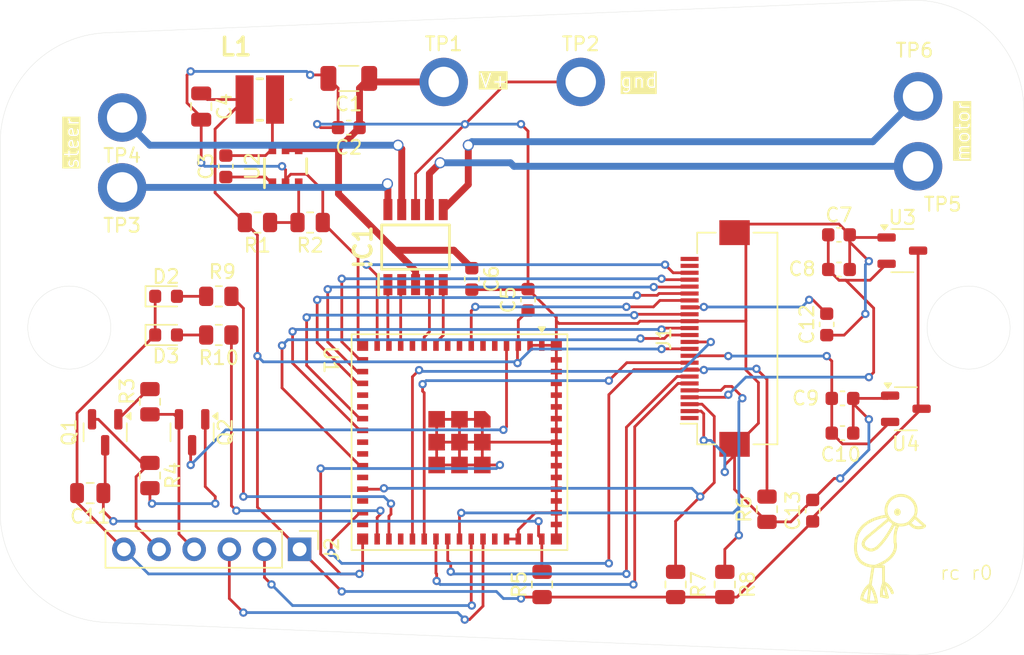
<source format=kicad_pcb>
(kicad_pcb (version 20240108) (generator "pcbnew") (generator_version "8.0")
  (layers (0 "F.Cu" signal) (31 "B.Cu" signal) (34 "B.Paste" user) (35 "F.Paste" user) (36 "B.SilkS" user "B.Silkscreen") (37 "F.SilkS" user "F.Silkscreen") (38 "B.Mask" user) (39 "F.Mask" user) (44 "Edge.Cuts" user))
  (net 0 "")
  (net 16 "/V_IN")
  (net 17 "GND")
  (net 18 "Net-(U2-SW)")
  (net 19 "Net-(U2-CB)")
  (net 20 "+3.3V")
  (net 21 "Net-(IC1-OUT2)")
  (net 22 "Net-(IC1-OUT4)")
  (net 23 "Net-(IC1-OUT3)")
  (net 24 "Net-(IC1-OUT1)")
  (net 25 "/motor_b")
  (net 26 "/motor_a")
  (net 27 "/steer_b")
  (net 28 "/steer_a")
  (net 29 "Net-(U2-FB)")
  (net 30 "/csi_d0")
  (net 31 "/pwdn")
  (net 32 "/csi_d4")
  (net 33 "/csi_d2")
  (net 35 "/csi_d3")
  (net 36 "/csi_d1")
  (net 37 "+1V2")
  (net 38 "/csi_vsync")
  (net 40 "/csi_d5")
  (net 41 "/csi_d6")
  (net 42 "/twi_sda")
  (net 43 "/cam_rst")
  (net 45 "/csi_pclk")
  (net 46 "+2V8")
  (net 47 "/csi_d7")
  (net 48 "/csi_mclk")
  (net 49 "/csi_hsync")
  (net 50 "/twi_sck")
  (net 51 "/CHIP_PU")
  (net 52 "/TXD")
  (net 53 "/RXD")
  (net 54 "/DTR")
  (net 55 "/RTS")
  (net 56 "Net-(Q1-B)")
  (net 57 "Net-(Q2-C)")
  (net 58 "Net-(Q2-B)")
  (net 59 "Net-(D2-A)")
  (net 60 "Net-(D3-A)")
  (net 61 "/LED2")
  (net 62 "/LED1")
  (footprint "MountingHole:MountingHole_2.2mm_M2_ISO7380_Pad_TopBottom" (layer "F.Cu") (at 122.189769 55.323426 180)
    (property "Reference" "TP4")
    (property "Value" "TestPoint")
  )
  (footprint "MountingHole:MountingHole_2.2mm_M2_ISO7380_Pad_TopBottom" (layer "F.Cu") (at 179.720769 58.849426 180)
    (property "Reference" "TP5")
    (property "Value" "TestPoint")
  )
  (footprint "MountingHole:MountingHole_2.2mm_M2_ISO7380_Pad_TopBottom" (layer "F.Cu") (at 145.430769 52.753426)
    (property "Reference" "TP1")
    (property "Value" "TestPoint")
  )
  (footprint "RF_Module:ESP32-S2-MINI-1U" (layer "F.Cu") (at 146.572769 78.789426 -90)
    (property "Reference" "U1")
    (property "Value" "ESP32-S3-MINI-1U")
  )
  (footprint "Resistor_SMD:R_0805_2012Metric" (layer "F.Cu") (at 152.542769 89.075426 90)
    (property "Reference" "R5")
    (property "Value" "10k")
  )
  (footprint "Connector_FFC-FPC:Hirose_FH12-24S-0.5SH_1x24-1MP_P0.50mm_Horizontal" (layer "F.Cu") (at 165.054769 71.295426 90)
    (property "Reference" "J1")
    (property "Value" "Conn_01x24")
  )
  (footprint "Resistor_SMD:R_0805_2012Metric" (layer "F.Cu") (at 162.194769 89.075426 -90)
    (property "Reference" "R7")
    (property "Value" "4.7k")
  )
  (footprint "Capacitor_SMD:C_0603_1608Metric" (layer "F.Cu") (at 174.257269 75.625426)
    (property "Reference" "C9")
    (property "Value" "10uF")
  )
  (footprint "Package_TO_SOT_SMD:SOT-23-3" (layer "F.Cu") (at 178.837269 76.375426)
    (property "Reference" "U4")
    (property "Value" "XC6206PxxxMR")
  )
  (footprint "Connector_PinHeader_2.54mm:PinHeader_1x06_P2.54mm_Vertical" (layer "F.Cu") (at 135.016769 86.535426 -90)
    (property "Reference" "J2")
    (property "Value" "Conn_01x06")
  )
  (footprint "MountingHole:MountingHole_2.2mm_M2_ISO7380_Pad_TopBottom" (layer "F.Cu") (at 122.189769 60.373426 180)
    (property "Reference" "TP3")
    (property "Value" "TestPoint")
  )
  (footprint "Resistor_SMD:R_0805_2012Metric" (layer "F.Cu") (at 168.798769 83.637926 90)
    (property "Reference" "R6")
    (property "Value" "1k")
  )
  (footprint "Capacitor_SMD:C_0603_1608Metric" (layer "F.Cu") (at 129.682769 58.849426 90)
    (property "Reference" "C3")
    (property "Value" "0.1uF")
  )
  (footprint "Resistor_SMD:R_0805_2012Metric" (layer "F.Cu") (at 135.778769 62.913426 180)
    (property "Reference" "R2")
    (property "Value" "22.1k")
  )
  (footprint "Resistor_SMD:R_0805_2012Metric" (layer "F.Cu") (at 165.750769 89.075426 -90)
    (property "Reference" "R8")
    (property "Value" "4.7k")
  )
  (footprint "Capacitor_SMD:C_0805_2012Metric" (layer "F.Cu") (at 119.880269 82.471426 180)
    (property "Reference" "C11")
    (property "Value" "1uF")
  )
  (footprint "footprints2:DBV0006A_L" (layer "F.Cu") (at 134.000769 58.849426 90)
    (property "Reference" "U2")
    (property "Value" "TPS560430YDBVR")
  )
  (footprint "Capacitor_SMD:C_1206_3216Metric" (layer "F.Cu") (at 138.572769 52.499426 180)
    (property "Reference" "C1")
    (property "Value" "10uF")
  )
  (footprint "LED_SMD:LED_0603_1608Metric" (layer "F.Cu") (at 125.364769 71.041426)
    (property "Reference" "D3")
    (property "Value" "LED")
  )
  (footprint "Capacitor_SMD:C_0603_1608Metric" (layer "F.Cu") (at 151.526769 68.501426 90)
    (property "Reference" "C5")
    (property "Value" "0.1uF")
  )
  (footprint "Capacitor_SMD:C_0603_1608Metric" (layer "F.Cu") (at 147.462769 66.990426 -90)
    (property "Reference" "C6")
    (property "Value" "0.1uF")
  )
  (footprint "MountingHole:MountingHole_2.2mm_M2_ISO7380_Pad_TopBottom" (layer "F.Cu") (at 179.720769 53.799426 180)
    (property "Reference" "TP6")
    (property "Value" "TestPoint")
  )
  (footprint "Capacitor_SMD:C_0603_1608Metric" (layer "F.Cu") (at 174.003269 63.800426)
    (property "Reference" "C7")
    (property "Value" "10uF")
  )
  (footprint "Capacitor_SMD:C_0603_1608Metric" (layer "F.Cu") (at 138.572769 56.055426 180)
    (property "Reference" "C2")
    (property "Value" "2.2uF")
  )
  (footprint "Resistor_SMD:R_0805_2012Metric" (layer "F.Cu") (at 129.174769 68.247426 180)
    (property "Reference" "R9")
    (property "Value" "470")
  )
  (footprint "Resistor_SMD:R_0805_2012Metric" (layer "F.Cu") (at 124.198269 75.867426 90)
    (property "Reference" "R3")
    (property "Value" "10k")
  )
  (footprint "footprints2:SRN3010C2R2M" (layer "F.Cu") (at 132.138769 54.023426 180)
    (property "Reference" "L1")
    (property "Value" "10uH" (hide yes))
  )
  (footprint "Resistor_SMD:R_0805_2012Metric" (layer "F.Cu") (at 129.174769 71.041426 180)
    (property "Reference" "R10")
    (property "Value" "470")
  )
  (footprint "Capacitor_SMD:C_0805_2012Metric" (layer "F.Cu") (at 127.904769 54.531426 -90)
    (property "Reference" "C4")
    (property "Value" "22uF")
  )
  (footprint "Package_TO_SOT_SMD:SOT-23-3" (layer "F.Cu") (at 178.583269 64.945426)
    (property "Reference" "U3")
    (property "Value" "XC6206PxxxMR")
  )
  (footprint "Capacitor_SMD:C_0603_1608Metric" (layer "F.Cu") (at 173.116769 70.279426 90)
    (property "Reference" "C12")
    (property "Value" "15pF")
  )
  (footprint "LED_SMD:LED_0603_1608Metric" (layer "F.Cu") (at 125.364769 68.247426)
    (property "Reference" "D2")
    (property "Value" "LED")
  )
  (footprint "Resistor_SMD:R_0805_2012Metric" (layer "F.Cu") (at 131.968769 62.913426 180)
    (property "Reference" "R1")
    (property "Value" "51k")
  )
  (footprint "Package_TO_SOT_SMD:SOT-23" (layer "F.Cu") (at 127.246269 78.074926 -90)
    (property "Reference" "Q2")
    (property "Value" "Q_NPN_BEC")
  )
  (footprint "Capacitor_SMD:C_0603_1608Metric" (layer "F.Cu") (at 174.003269 66.310426)
    (property "Reference" "C8")
    (property "Value" "0.1uF")
  )
  (footprint "Capacitor_SMD:C_0603_1608Metric" (layer "F.Cu") (at 172.100769 83.741426 90)
    (property "Reference" "C13")
    (property "Value" "0.1uF")
  )
  (footprint "Resistor_SMD:R_0805_2012Metric" (layer "F.Cu") (at 124.198269 81.201426 -90)
    (property "Reference" "R4")
    (property "Value" "10k")
  )
  (footprint "footprints:SOP100P600X175-10N" (layer "F.Cu") (at 143.398769 64.691426 90)
    (property "Reference" "IC1")
    (property "Value" "A3909GLNTR-T" (hide yes))
  )
  (footprint "Capacitor_SMD:C_0603_1608Metric" (layer "F.Cu") (at 174.257269 78.135426)
    (property "Reference" "C10")
    (property "Value" "0.1uF")
  )
  (footprint "footprints:bird" (layer "F.Cu") (at 177.395302 81.846237)
    (property "Reference" "L2" (hide yes))
    (property "Value" "~")
  )
  (footprint "MountingHole:MountingHole_2.2mm_M2_ISO7380_Pad_TopBottom" (layer "F.Cu") (at 155.336769 52.753426)
    (property "Reference" "TP2")
    (property "Value" "TestPoint")
  )
  (footprint "Package_TO_SOT_SMD:SOT-23" (layer "F.Cu") (at 120.962269 78.074926 -90)
    (property "Reference" "Q1")
    (property "Value" "Q_NPN_BEC")
  )
  (gr_line (start 179.046846 46.846072) (end 121.046769 49.197426) (stroke (width 0.02)) (layer "Edge.Cuts"))
  (gr_arc (start 121.046848 91.819797) (mid 115.600633 89.367459) (end 113.370904 83.826363) (stroke (width 0.02)) (layer "Edge.Cuts"))
  (gr_line (start 121.046848 91.819797) (end 179.04684 94.171148) (stroke (width 0.02)) (layer "Edge.Cuts"))
  (gr_line (start 113.370904 57.19078) (end 113.370904 83.826363) (stroke (width 0.02)) (layer "Edge.Cuts"))
  (gr_circle (center 118.370904 70.50861) (end 115.370904 70.50861) (stroke (width 0.02)) (fill none) (layer "Edge.Cuts"))
  (gr_arc (start 113.370904 57.19078) (mid 115.600593 51.649737) (end 121.046769 49.197426) (stroke (width 0.02)) (layer "Edge.Cuts"))
  (gr_arc (start 179.046846 46.846072) (mid 184.912005 49.069218) (end 187.370904 54.83951) (stroke (width 0.02)) (layer "Edge.Cuts"))
  (gr_line (start 187.370904 86.177707) (end 187.370904 54.83951) (stroke (width 0.02)) (layer "Edge.Cuts"))
  (gr_arc (start 187.370904 86.177707) (mid 184.912 91.948) (end 179.04684 94.171148) (stroke (width 0.02)) (layer "Edge.Cuts"))
  (gr_circle (center 183.370904 70.50861) (end 180.370904 70.50861) (stroke (width 0.02)) (fill none) (layer "Edge.Cuts"))
  (gr_text "motor" (at 183.530769 58.595426 90) (layer "F.SilkS" knockout) (effects (font (size 1 1) (thickness 0.1)) (justify left bottom)))
  (gr_text "steer" (at 119.141769 59.103426 90) (layer "F.SilkS" knockout) (effects (font (size 1 1) (thickness 0.1)) (justify left bottom)))
  (gr_text "gnd" (at 158.130769 53.261426 0) (layer "F.SilkS" knockout) (effects (font (size 1 1) (thickness 0.1)) (justify left bottom)))
  (gr_text "rc r0" (at 181.244769 88.821426 0) (layer "F.SilkS") (effects (font (size 1 1) (thickness 0.1)) (justify left bottom)))
  (gr_text "V+" (at 147.970769 53.261426 0) (layer "F.SilkS" knockout) (effects (font (size 1 1) (thickness 0.1)) (justify left bottom)))
  (segment (start 147.462769 66.215426) (end 146.166019 64.918676) (width 0.5) (layer "F.Cu") (net 16))
  (segment (start 141.901519 64.918676) (end 137.828768 60.845925) (width 0.5) (layer "F.Cu") (net 16))
  (segment (start 137.828768 60.845925) (end 137.828768 57.574427) (width 0.5) (layer "F.Cu") (net 16))
  (segment (start 146.166019 64.918676) (end 141.901519 64.918676) (width 0.5) (layer "F.Cu") (net 16))
  (segment (start 143.398769 67.403426) (end 143.398769 66.415926) (width 0.5) (layer "F.Cu") (net 16))
  (segment (start 134.000769 57.574427) (end 134.950767 57.574427) (width 0.5) (layer "F.Cu") (net 16))
  (segment (start 137.828768 57.574427) (end 139.347769 56.055426) (width 0.5) (layer "F.Cu") (net 16))
  (segment (start 145.430769 52.753426) (end 140.301769 52.753426) (width 0.5) (layer "F.Cu") (net 16))
  (segment (start 143.398769 66.415926) (end 141.901519 64.918676) (width 0.5) (layer "F.Cu") (net 16))
  (segment (start 139.347769 53.199426) (end 140.047769 52.499426) (width 0.5) (layer "F.Cu") (net 16))
  (segment (start 134.950767 57.574427) (end 137.828768 57.574427) (width 0.5) (layer "F.Cu") (net 16))
  (segment (start 140.301769 52.753426) (end 140.047769 52.499426) (width 0.5) (layer "F.Cu") (net 16))
  (segment (start 139.347769 56.055426) (end 139.347769 53.199426) (width 0.5) (layer "F.Cu") (net 16))
  (segment (start 126.879769 54.268426) (end 126.879769 52.254426) (width 0.2) (layer "F.Cu") (net 17))
  (segment (start 136.843769 52.245426) (end 137.097769 52.499426) (width 0.2) (layer "F.Cu") (net 17))
  (segment (start 153.572769 71.789426) (end 153.572769 70.025426) (width 0.2) (layer "F.Cu") (net 17))
  (segment (start 135.778769 52.245426) (end 136.843769 52.245426) (width 0.2) (layer "F.Cu") (net 17))
  (segment (start 163.204769 70.045426) (end 159.616985 70.045426) (width 0.2) (layer "F.Cu") (net 17))
  (segment (start 137.797769 56.055426) (end 136.540769 56.055426) (width 0.2) (layer "F.Cu") (net 17))
  (segment (start 124.577269 68.247426) (end 124.577269 71.041426) (width 0.2) (layer "F.Cu") (net 17))
  (segment (start 148.222769 80.439426) (end 144.922769 80.439426) (width 0.2) (layer "F.Cu") (net 17))
  (segment (start 174.973269 63.995426) (end 174.778269 63.800426) (width 0.2) (layer "F.Cu") (net 17))
  (segment (start 151.526769 56.309426) (end 151.018769 55.801426) (width 0.2) (layer "F.Cu") (net 17))
  (segment (start 134.000769 59.103426) (end 133.746769 58.849426) (width 0.2) (layer "F.Cu") (net 17))
  (segment (start 153.572769 71.789426) (end 153.572769 85.789426) (width 0.2) (layer "F.Cu") (net 17))
  (segment (start 126.879769 52.254426) (end 127.142769 51.991426) (width 0.2) (layer "F.Cu") (net 17))
  (segment (start 168.180926 74.482112) (end 167.274769 73.575955) (width 0.2) (layer "F.Cu") (net 17))
  (segment (start 175.032269 78.135426) (end 175.032269 75.625426) (width 0.2) (layer "F.Cu") (net 17))
  (segment (start 134.000769 60.124427) (end 134.000769 59.103426) (width 0.2) (layer "F.Cu") (net 17))
  (segment (start 173.116769 71.054426) (end 174.373769 71.054426) (width 0.2) (layer "F.Cu") (net 17))
  (segment (start 176.164769 65.707426) (end 174.778269 64.320926) (width 0.2) (layer "F.Cu") (net 17))
  (segment (start 153.756769 70.209426) (end 153.572769 70.025426) (width 0.2) (layer "F.Cu") (net 17))
  (segment (start 139.572769 88.075426) (end 139.334769 88.313426) (width 0.2) (layer "F.Cu") (net 17))
  (segment (start 134.375768 59.424427) (end 135.525766 59.424427) (width 0.2) (layer "F.Cu") (net 17))
  (segment (start 151.487769 67.765426) (end 151.526769 67.726426) (width 0.2) (layer "F.Cu") (net 17))
  (segment (start 163.204769 76.545426) (end 164.039083 76.545426) (width 0.2) (layer "F.Cu") (net 17))
  (segment (start 168.180926 77.419269) (end 168.180926 74.482112) (width 0.2) (layer "F.Cu") (net 17))
  (segment (start 134.000769 60.124427) (end 134.000769 59.799426) (width 0.2) (layer "F.Cu") (net 17))
  (segment (start 139.242769 65.464926) (end 136.691269 62.913426) (width 0.2) (layer "F.Cu") (net 17))
  (segment (start 153.572769 78.789426) (end 148.222769 78.789426) (width 0.2) (layer "F.Cu") (net 17))
  (segment (start 166.454769 82.206426) (end 168.798769 84.550426) (width 0.2) (layer "F.Cu") (net 17))
  (segment (start 139.572769 85.789426) (end 139.572769 88.075426) (width 0.2) (layer "F.Cu") (net 17))
  (segment (start 150.822769 85.789426) (end 150.822769 85.120897) (width 0.2) (layer "F.Cu") (net 17))
  (segment (start 166.454769 78.945426) (end 166.454769 82.206426) (width 0.2) (layer "F.Cu") (net 17))
  (segment (start 164.226769 76.733112) (end 164.226769 78.661426) (width 0.2) (layer "F.Cu") (net 17))
  (segment (start 165.750769 80.947426) (end 165.750769 80.439426) (width 0.2) (layer "F.Cu") (net 17))
  (segment (start 167.074769 63.025426) (end 174.003269 63.025426) (width 0.2) (layer "F.Cu") (net 17))
  (segment (start 146.572769 77.139426) (end 146.572769 80.439426) (width 0.2) (layer "F.Cu") (net 17))
  (segment (start 127.904769 58.595426) (end 127.904769 55.481426) (width 0.2) (layer "F.Cu") (net 17))
  (segment (start 136.691269 60.58993) (end 136.691269 62.913426) (width 0.2) (layer "F.Cu") (net 17))
  (segment (start 175.032269 76.004926) (end 176.164769 77.137426) (width 0.2) (layer "F.Cu") (net 17))
  (segment (start 153.572769 69.772426) (end 151.526769 67.726426) (width 0.2) (layer "F.Cu") (net 17))
  (segment (start 166.454769 78.945426) (end 166.654769 78.945426) (width 0.2) (layer "F.Cu") (net 17))
  (segment (start 174.373769 71.054426) (end 175.910769 69.517426) (width 0.2) (layer "F.Cu") (net 17))
  (segment (start 174.778269 64.320926) (end 174.778269 63.800426) (width 0.2) (layer "F.Cu") (net 17))
  (segment (start 136.540769 86.875955) (end 136.540769 80.693426) (width 0.2) (layer "F.Cu") (net 17))
  (segment (start 144.922769 78.789426) (end 148.222769 78.789426) (width 0.2) (layer "F.Cu") (net 17))
  (segment (start 150.028819 52.753426) (end 155.336769 52.753426) (width 0.2) (layer "F.Cu") (net 17))
  (segment (start 167.274769 70.025426) (end 167.274769 64.465426) (width 0.2) (layer "F.Cu") (net 17))
  (segment (start 139.242769 71.459426) (end 139.242769 65.464926) (width 0.2) (layer "F.Cu") (net 17))
  (segment (start 175.032269 75.625426) (end 177.499769 75.625426) (width 0.2) (layer "F.Cu") (net 17))
  (segment (start 139.334769 88.313426) (end 137.97824 88.313426) (width 0.2) (layer "F.Cu") (net 17))
  (segment (start 166.454769 63.645426) (end 167.074769 63.025426) (width 0.2) (layer "F.Cu") (net 17))
  (segment (start 163.204769 70.045426) (end 167.254769 70.045426) (width 0.2) (layer "F.Cu") (net 17))
  (segment (start 174.778269 66.310426) (end 174.778269 63.800426) (width 0.2) (layer "F.Cu") (net 17))
  (segment (start 150.822769 85.120897) (end 152.05424 83.889426) (width 0.2) (layer "F.Cu") (net 17))
  (segment (start 152.05424 83.889426) (end 153.572769 83.889426) (width 0.2) (layer "F.Cu") (net 17))
  (segment (start 137.797769 53.199426) (end 137.097769 52.499426) (width 0.2) (layer "F.Cu") (net 17))
  (segment (start 177.445769 63.995426) (end 174.973269 63.995426) (width 0.2) (layer "F.Cu") (net 17))
  (segment (start 137.797769 56.055426) (end 137.797769 53.199426) (width 0.2) (layer "F.Cu") (net 17))
  (segment (start 149.494769 80.439426) (end 148.222769 80.439426) (width 0.2) (layer "F.Cu") (net 17))
  (segment (start 134.000769 59.799426) (end 134.375768 59.424427) (width 0.2) (layer "F.Cu") (net 17))
  (segment (start 166.654769 78.945426) (end 168.180926 77.419269) (width 0.2) (layer "F.Cu") (net 17))
  (segment (start 164.039083 76.545426) (end 164.226769 76.733112) (width 0.2) (layer "F.Cu") (net 17))
  (segment (start 143.398769 59.383476) (end 146.967794 55.814451) (width 0.2) (layer "F.Cu") (net 17))
  (segment (start 167.274769 64.465426) (end 166.454769 63.645426) (width 0.2) (layer "F.Cu") (net 17))
  (segment (start 136.540769 56.055426) (end 136.286769 55.801426) (width 0.2) (layer "F.Cu") (net 17))
  (segment (start 118.930269 82.471426) (end 118.930269 76.688426) (width 0.2) (layer "F.Cu") (net 17))
  (segment (start 139.572769 71.789426) (end 139.242769 71.459426) (width 0.2) (layer "F.Cu") (net 17))
  (segment (start 127.904769 55.481426) (end 127.904769 55.293426) (width 0.2) (layer "F.Cu") (net 17))
  (segment (start 167.274769 73.575955) (end 167.274769 70.025426) (width 0.2) (layer "F.Cu") (net 17))
  (segment (start 149.972769 85.789426) (end 150.822769 85.789426) (width 0.2) (layer "F.Cu") (net 17))
  (segment (start 144.922769 77.139426) (end 148.222769 77.139426) (width 0.2) (layer "F.Cu") (net 17))
  (segment (start 159.616985 70.045426) (end 159.452985 70.209426) (width 0.2) (layer "F.Cu") (net 17))
  (segment (start 168.798769 84.550426) (end 170.516769 84.550426) (width 0.2) (layer "F.Cu") (net 17))
  (segment (start 167.254769 70.045426) (end 167.274769 70.025426) (width 0.2) (layer "F.Cu") (net 17))
  (segment (start 144.922769 80.439426) (end 144.922769 77.139426) (width 0.2) (layer "F.Cu") (net 17))
  (segment (start 118.930269 83.148926) (end 118.930269 82.471426) (width 0.2) (layer "F.Cu") (net 17))
  (segment (start 177.499769 75.625426) (end 177.699769 75.425426) (width 0.2) (layer "F.Cu") (net 17))
  (segment (start 127.904769 55.293426) (end 126.879769 54.268426) (width 0.2) (layer "F.Cu") (net 17))
  (segment (start 122.316769 86.535426) (end 118.930269 83.148926) (width 0.2) (layer "F.Cu") (net 17))
  (segment (start 159.452985 70.209426) (end 153.756769 70.209426) (width 0.2) (layer "F.Cu") (net 17))
  (segment (start 174.003269 63.025426) (end 174.778269 63.800426) (width 0.2) (layer "F.Cu") (net 17))
  (segment (start 135.525766 59.424427) (end 136.691269 60.58993) (width 0.2) (layer "F.Cu") (net 17))
  (segment (start 166.454769 79.735426) (end 166.454769 78.945426) (width 0.2) (layer "F.Cu") (net 17))
  (segment (start 153.572769 70.025426) (end 153.572769 69.772426) (width 0.2) (layer "F.Cu") (net 17))
  (segment (start 118.930269 76.688426) (end 124.577269 71.041426) (width 0.2) (layer "F.Cu") (net 17))
  (segment (start 170.516769 84.550426) (end 172.100769 82.966426) (width 0.2) (layer "F.Cu") (net 17))
  (segment (start 175.032269 75.625426) (end 175.032269 76.004926) (width 0.2) (layer "F.Cu") (net 17))
  (segment (start 148.222769 77.139426) (end 148.222769 80.439426) (width 0.2) (layer "F.Cu") (net 17))
  (segment (start 151.672769 71.789426) (end 153.572769 71.789426) (width 0.2) (layer "F.Cu") (net 17))
  (segment (start 147.462769 67.765426) (end 151.487769 67.765426) (width 0.2) (layer "F.Cu") (net 17))
  (segment (start 174.089504 81.412161) (end 173.655034 81.412161) (width 0.2) (layer "F.Cu") (net 17))
  (segment (start 143.398769 61.979426) (end 143.398769 59.383476) (width 0.2) (layer "F.Cu") (net 17))
  (segment (start 146.967794 55.814451) (end 150.028819 52.753426) (width 0.2) (layer "F.Cu") (net 17))
  (segment (start 137.97824 88.313426) (end 136.540769 86.875955) (width 0.2) (layer "F.Cu") (net 17))
  (segment (start 151.526769 67.726426) (end 151.526769 56.309426) (width 0.2) (layer "F.Cu") (net 17))
  (segment (start 165.750769 80.439426) (end 166.454769 79.735426) (width 0.2) (layer "F.Cu") (net 17))
  (segment (start 173.655034 81.412161) (end 172.100769 82.966426) (width 0.2) (layer "F.Cu") (net 17))
  (via (at 165.750769 80.947426) (size 0.6) (drill 0.3) (layers "F.Cu" "B.Cu") (net 17))
  (via (at 176.164769 65.707426) (size 0.6) (drill 0.3) (layers "F.Cu" "B.Cu") (net 17))
  (via (at 175.910769 69.517426) (size 0.6) (drill 0.3) (layers "F.Cu" "B.Cu") (net 17))
  (via (at 136.540769 80.693426) (size 0.6) (drill 0.3) (layers "F.Cu" "B.Cu") (net 17))
  (via (at 176.164769 77.137426) (size 0.6) (drill 0.3) (layers "F.Cu" "B.Cu") (net 17))
  (via (at 146.967794 55.814451) (size 0.6) (drill 0.3) (layers "F.Cu" "B.Cu") (net 17))
  (via (at 136.286769 55.801426) (size 0.6) (drill 0.3) (layers "F.Cu" "B.Cu") (net 17))
  (via (at 139.334769 88.313426) (size 0.6) (drill 0.3) (layers "F.Cu" "B.Cu") (net 17))
  (via (at 174.089504 81.412161) (size 0.6) (drill 0.3) (layers "F.Cu" "B.Cu") (net 17))
  (via (at 127.142769 51.991426) (size 0.6) (drill 0.3) (layers "F.Cu" "B.Cu") (net 17))
  (via (at 135.778769 52.245426) (size 0.6) (drill 0.3) (layers "F.Cu" "B.Cu") (net 17))
  (via (at 151.018769 55.801426) (size 0.6) (drill 0.3) (layers "F.Cu" "B.Cu") (net 17))
  (via (at 149.494769 80.439426) (size 0.6) (drill 0.3) (layers "F.Cu" "B.Cu") (net 17))
  (via (at 164.226769 78.661426) (size 0.6) (drill 0.3) (layers "F.Cu" "B.Cu") (net 17))
  (via (at 133.746769 58.849426) (size 0.6) (drill 0.3) (layers "F.Cu" "B.Cu") (net 17))
  (via (at 127.904769 58.595426) (size 0.6) (drill 0.3) (layers "F.Cu" "B.Cu") (net 17))
  (segment (start 176.164769 77.137426) (end 176.164769 79.336896) (width 0.2) (layer "B.Cu") (net 17))
  (segment (start 175.910769 69.517426) (end 175.910769 65.961426) (width 0.2) (layer "B.Cu") (net 17))
  (segment (start 149.240769 80.693426) (end 149.494769 80.439426) (width 0.2) (layer "B.Cu") (net 17))
  (segment (start 133.746769 58.849426) (end 128.158769 58.849426) (width 0.2) (layer "B.Cu") (net 17))
  (segment (start 151.018769 55.801426) (end 146.980819 55.801426) (width 0.2) (layer "B.Cu") (net 17))
  (segment (start 164.226769 78.661426) (end 164.734769 78.661426) (width 0.2) (layer "B.Cu") (net 17))
  (segment (start 136.540769 80.693426) (end 149.240769 80.693426) (width 0.2) (layer "B.Cu") (net 17))
  (segment (start 127.142769 51.991426) (end 135.524769 51.991426) (width 0.2) (layer "B.Cu") (net 17))
  (segment (start 165.750769 79.677426) (end 165.750769 80.947426) (width 0.2) (layer "B.Cu") (net 17))
  (segment (start 135.524769 51.991426) (end 135.778769 52.245426) (width 0.2) (layer "B.Cu") (net 17))
  (segment (start 136.286769 55.801426) (end 146.954769 55.801426) (width 0.2) (layer "B.Cu") (net 17))
  (segment (start 176.164769 79.336896) (end 174.089504 81.412161) (width 0.2) (layer "B.Cu") (net 17))
  (segment (start 175.910769 65.961426) (end 176.164769 65.707426) (width 0.2) (layer "B.Cu") (net 17))
  (segment (start 124.094769 88.313426) (end 122.316769 86.535426) (width 0.2) (layer "B.Cu") (net 17))
  (segment (start 164.734769 78.661426) (end 165.750769 79.677426) (width 0.2) (layer "B.Cu") (net 17))
  (segment (start 128.158769 58.849426) (end 127.904769 58.595426) (width 0.2) (layer "B.Cu") (net 17))
  (segment (start 139.334769 88.313426) (end 124.094769 88.313426) (width 0.2) (layer "B.Cu") (net 17))
  (segment (start 146.954769 55.801426) (end 146.967794 55.814451) (width 0.2) (layer "B.Cu") (net 17))
  (segment (start 146.980819 55.801426) (end 146.967794 55.814451) (width 0.2) (layer "B.Cu") (net 17))
  (segment (start 129.682769 58.074426) (end 132.550769 58.074426) (width 0.2) (layer "F.Cu") (net 18))
  (segment (start 133.050768 54.211427) (end 133.238769 54.023426) (width 0.2) (layer "F.Cu") (net 18))
  (segment (start 133.050768 57.574427) (end 133.050768 54.211427) (width 0.2) (layer "F.Cu") (net 18))
  (segment (start 132.550769 58.074426) (end 133.050768 57.574427) (width 0.2) (layer "F.Cu") (net 18))
  (segment (start 129.682769 59.624426) (end 132.550767 59.624426) (width 0.2) (layer "F.Cu") (net 19))
  (segment (start 132.550767 59.624426) (end 133.050768 60.124427) (width 0.2) (layer "F.Cu") (net 19))
  (segment (start 131.968769 83.487426) (end 131.968769 72.565426) (width 0.2) (layer "F.Cu") (net 20))
  (segment (start 152.542769 89.987926) (end 151.122269 89.987926) (width 0.2) (layer "F.Cu") (net 20))
  (segment (start 128.907769 56.154426) (end 131.038769 54.023426) (width 0.2) (layer "F.Cu") (net 20))
  (segment (start 161.190769 72.045426) (end 161.178769 72.057426) (width 0.2) (layer "F.Cu") (net 20))
  (segment (start 150.822769 71.789426) (end 150.822769 69.980426) (width 0.2) (layer "F.Cu") (net 20))
  (segment (start 135.016769 86.535426) (end 131.968769 83.487426) (width 0.2) (layer "F.Cu") (net 20))
  (segment (start 150.822769 69.980426) (end 151.526769 69.276426) (width 0.2) (layer "F.Cu") (net 20))
  (segment (start 172.100769 84.249426) (end 179.974769 76.375426) (width 0.2) (layer "F.Cu") (net 20))
  (segment (start 163.204769 72.045426) (end 161.190769 72.045426) (width 0.2) (layer "F.Cu") (net 20))
  (segment (start 128.346769 54.023426) (end 127.904769 53.581426) (width 0.2) (layer "F.Cu") (net 20))
  (segment (start 150.764769 71.847426) (end 150.822769 71.789426) (width 0.2) (layer "F.Cu") (net 20))
  (segment (start 138.064769 89.583426) (end 135.016769 86.535426) (width 0.2) (layer "F.Cu") (net 20))
  (segment (start 162.194769 89.987926) (end 165.750769 89.987926) (width 0.2) (layer "F.Cu") (net 20))
  (segment (start 165.750769 89.987926) (end 166.629269 89.987926) (width 0.2) (layer "F.Cu") (net 20))
  (segment (start 179.720769 76.121426) (end 179.720769 64.945426) (width 0.2) (layer "F.Cu") (net 20))
  (segment (start 166.629269 89.987926) (end 172.100769 84.516426) (width 0.2) (layer "F.Cu") (net 20))
  (segment (start 151.122269 89.987926) (end 151.018769 90.091426) (width 0.2) (layer "F.Cu") (net 20))
  (segment (start 179.974769 76.375426) (end 179.720769 76.121426) (width 0.2) (layer "F.Cu") (net 20))
  (segment (start 131.968769 72.565426) (end 131.968769 63.825926) (width 0.2) (layer "F.Cu") (net 20))
  (segment (start 150.764769 73.073426) (end 150.764769 71.847426) (width 0.2) (layer "F.Cu") (net 20))
  (segment (start 172.100769 84.516426) (end 172.100769 84.249426) (width 0.2) (layer "F.Cu") (net 20))
  (segment (start 128.907769 60.764926) (end 128.907769 56.154426) (width 0.2) (layer "F.Cu") (net 20))
  (segment (start 131.968769 63.825926) (end 131.056269 62.913426) (width 0.2) (layer "F.Cu") (net 20))
  (segment (start 131.056269 62.913426) (end 128.907769 60.764926) (width 0.2) (layer "F.Cu") (net 20))
  (segment (start 131.038769 54.023426) (end 128.346769 54.023426) (width 0.2) (layer "F.Cu") (net 20))
  (segment (start 152.542769 89.987926) (end 162.194769 89.987926) (width 0.2) (layer "F.Cu") (net 20))
  (via (at 150.764769 73.073426) (size 0.6) (drill 0.3) (layers "F.Cu" "B.Cu") (net 20))
  (via (at 131.968769 72.565426) (size 0.6) (drill 0.3) (layers "F.Cu" "B.Cu") (net 20))
  (via (at 151.018769 90.091426) (size 0.6) (drill 0.3) (layers "F.Cu" "B.Cu") (net 20))
  (via (at 161.178769 72.057426) (size 0.6) (drill 0.3) (layers "F.Cu" "B.Cu") (net 20))
  (via (at 138.064769 89.583426) (size 0.6) (drill 0.3) (layers "F.Cu" "B.Cu") (net 20))
  (segment (start 151.780769 72.057426) (end 150.764769 73.073426) (width 0.2) (layer "B.Cu") (net 20))
  (segment (start 151.018769 90.091426) (end 149.748769 90.091426) (width 0.2) (layer "B.Cu") (net 20))
  (segment (start 150.672769 72.981426) (end 132.384769 72.981426) (width 0.2) (layer "B.Cu") (net 20))
  (segment (start 150.764769 73.073426) (end 150.672769 72.981426) (width 0.2) (layer "B.Cu") (net 20))
  (segment (start 132.384769 72.981426) (end 131.968769 72.565426) (width 0.2) (layer "B.Cu") (net 20))
  (segment (start 161.178769 72.057426) (end 151.780769 72.057426) (width 0.2) (layer "B.Cu") (net 20))
  (segment (start 149.240769 89.583426) (end 138.064769 89.583426) (width 0.2) (layer "B.Cu") (net 20))
  (segment (start 149.748769 90.091426) (end 149.240769 89.583426) (width 0.2) (layer "B.Cu") (net 20))
  (segment (start 142.398769 57.595426) (end 142.128769 57.325426) (width 0.5) (layer "F.Cu") (net 21))
  (segment (start 142.398769 61.979426) (end 142.398769 57.595426) (width 0.5) (layer "F.Cu") (net 21))
  (via (at 142.128769 57.325426) (size 0.8) (drill 0.6) (layers "F.Cu" "B.Cu") (net 21))
  (segment (start 142.128769 57.325426) (end 124.191769 57.325426) (width 0.5) (layer "B.Cu") (net 21))
  (segment (start 124.191769 57.325426) (end 122.189769 55.323426) (width 0.5) (layer "B.Cu") (net 21))
  (segment (start 147.208769 60.169426) (end 147.208769 57.325426) (width 0.5) (layer "F.Cu") (net 22))
  (segment (start 145.398769 61.979426) (end 147.208769 60.169426) (width 0.5) (layer "F.Cu") (net 22))
  (via (at 147.208769 57.325426) (size 0.8) (drill 0.6) (layers "F.Cu" "B.Cu") (net 22))
  (segment (start 176.448769 57.071426) (end 179.720769 53.799426) (width 0.5) (layer "B.Cu") (net 22))
  (segment (start 147.208769 57.325426) (end 147.462769 57.071426) (width 0.5) (layer "B.Cu") (net 22))
  (segment (start 147.462769 57.071426) (end 176.448769 57.071426) (width 0.5) (layer "B.Cu") (net 22))
  (segment (start 144.398769 59.373426) (end 145.176769 58.595426) (width 0.5) (layer "F.Cu") (net 23))
  (segment (start 144.398769 61.979426) (end 144.398769 59.373426) (width 0.5) (layer "F.Cu") (net 23))
  (via (at 145.176769 58.595426) (size 0.8) (drill 0.6) (layers "F.Cu" "B.Cu") (net 23))
  (segment (start 150.510769 58.849426) (end 179.720769 58.849426) (width 0.5) (layer "B.Cu") (net 23))
  (segment (start 150.256769 58.595426) (end 150.510769 58.849426) (width 0.5) (layer "B.Cu") (net 23))
  (segment (start 145.176769 58.595426) (end 150.256769 58.595426) (width 0.5) (layer "B.Cu") (net 23))
  (segment (start 141.398769 61.979426) (end 141.398769 60.151426) (width 0.5) (layer "F.Cu") (net 24))
  (segment (start 141.398769 60.151426) (end 141.366769 60.119426) (width 0.5) (layer "F.Cu") (net 24))
  (via (at 141.366769 60.119426) (size 0.8) (drill 0.6) (layers "F.Cu" "B.Cu") (net 24))
  (segment (start 141.366769 60.119426) (end 141.112769 60.373426) (width 0.5) (layer "B.Cu") (net 24))
  (segment (start 141.112769 60.373426) (end 122.189769 60.373426) (width 0.5) (layer "B.Cu") (net 24))
  (segment (start 142.322769 71.789426) (end 142.322769 67.479426) (width 0.2) (layer "F.Cu") (net 25))
  (segment (start 142.322769 67.479426) (end 142.398769 67.403426) (width 0.2) (layer "F.Cu") (net 25))
  (segment (start 141.398769 71.715426) (end 141.472769 71.789426) (width 0.2) (layer "F.Cu") (net 26))
  (segment (start 141.398769 67.403426) (end 141.398769 71.715426) (width 0.2) (layer "F.Cu") (net 26))
  (segment (start 145.398769 71.063426) (end 145.398769 67.403426) (width 0.2) (layer "F.Cu") (net 27))
  (segment (start 144.872769 71.589426) (end 145.398769 71.063426) (width 0.2) (layer "F.Cu") (net 27))
  (segment (start 144.872769 71.789426) (end 144.872769 71.589426) (width 0.2) (layer "F.Cu") (net 27))
  (segment (start 144.398769 70.813426) (end 144.398769 67.403426) (width 0.2) (layer "F.Cu") (net 28))
  (segment (start 144.022769 71.189426) (end 144.398769 70.813426) (width 0.2) (layer "F.Cu") (net 28))
  (segment (start 144.022769 71.789426) (end 144.022769 71.189426) (width 0.2) (layer "F.Cu") (net 28))
  (segment (start 134.950767 60.124427) (end 134.950767 62.828928) (width 0.2) (layer "F.Cu") (net 29))
  (segment (start 132.881269 62.913426) (end 134.866269 62.913426) (width 0.2) (layer "F.Cu") (net 29))
  (segment (start 134.950767 62.828928) (end 134.866269 62.913426) (width 0.2) (layer "F.Cu") (net 29))
  (segment (start 136.286769 68.501426) (end 136.286769 71.603426) (width 0.2) (layer "F.Cu") (net 30))
  (segment (start 139.222769 74.539426) (end 139.572769 74.539426) (width 0.2) (layer "F.Cu") (net 30))
  (segment (start 160.861611 68.177426) (end 159.400769 68.177426) (width 0.2) (layer "F.Cu") (net 30))
  (segment (start 160.993611 68.045426) (end 160.861611 68.177426) (width 0.2) (layer "F.Cu") (net 30))
  (segment (start 163.204769 68.045426) (end 160.993611 68.045426) (width 0.2) (layer "F.Cu") (net 30))
  (segment (start 136.286769 71.603426) (end 139.222769 74.539426) (width 0.2) (layer "F.Cu") (net 30))
  (via (at 159.400769 68.177426) (size 0.6) (drill 0.3) (layers "F.Cu" "B.Cu") (net 30))
  (via (at 136.286769 68.501426) (size 0.6) (drill 0.3) (layers "F.Cu" "B.Cu") (net 30))
  (segment (start 159.238769 68.339426) (end 136.448769 68.339426) (width 0.2) (layer "B.Cu") (net 30))
  (segment (start 136.448769 68.339426) (end 136.286769 68.501426) (width 0.2) (layer "B.Cu") (net 30))
  (segment (start 159.400769 68.177426) (end 159.238769 68.339426) (width 0.2) (layer "B.Cu") (net 30))
  (segment (start 163.232257 73.572914) (end 163.204769 73.545426) (width 0.2) (layer "F.Cu") (net 31))
  (segment (start 168.798769 74.251426) (end 168.036769 73.489426) (width 0.2) (layer "F.Cu") (net 31))
  (segment (start 164.236853 73.572914) (end 163.232257 73.572914) (width 0.2) (layer "F.Cu") (net 31))
  (segment (start 159.182769 73.545426) (end 157.368769 75.359426) (width 0.2) (layer "F.Cu") (net 31))
  (segment (start 137.302769 85.959426) (end 139.372769 83.889426) (width 0.2) (layer "F.Cu") (net 31))
  (segment (start 137.302769 86.789426) (end 137.302769 85.959426) (width 0.2) (layer "F.Cu") (net 31))
  (segment (start 157.368769 75.359426) (end 157.368769 87.551426) (width 0.2) (layer "F.Cu") (net 31))
  (segment (start 139.372769 83.889426) (end 139.572769 83.889426) (width 0.2) (layer "F.Cu") (net 31))
  (segment (start 163.204769 73.545426) (end 159.182769 73.545426) (width 0.2) (layer "F.Cu") (net 31))
  (segment (start 168.798769 82.725426) (end 168.798769 74.251426) (width 0.2) (layer "F.Cu") (net 31))
  (via (at 137.302769 86.789426) (size 0.6) (drill 0.3) (layers "F.Cu" "B.Cu") (net 31))
  (via (at 168.036769 73.489426) (size 0.6) (drill 0.3) (layers "F.Cu" "B.Cu") (net 31))
  (via (at 164.236853 73.572914) (size 0.6) (drill 0.3) (layers "F.Cu" "B.Cu") (net 31))
  (via (at 157.368769 87.551426) (size 0.6) (drill 0.3) (layers "F.Cu" "B.Cu") (net 31))
  (segment (start 138.064769 87.551426) (end 137.302769 86.789426) (width 0.2) (layer "B.Cu") (net 31))
  (segment (start 164.320341 73.489426) (end 164.236853 73.572914) (width 0.2) (layer "B.Cu") (net 31))
  (segment (start 157.368769 87.551426) (end 138.064769 87.551426) (width 0.2) (layer "B.Cu") (net 31))
  (segment (start 168.036769 73.489426) (end 164.320341 73.489426) (width 0.2) (layer "B.Cu") (net 31))
  (segment (start 160.595297 69.009426) (end 158.638769 69.009426) (width 0.2) (layer "F.Cu") (net 32))
  (segment (start 147.422769 69.303426) (end 147.422769 71.789426) (width 0.2) (layer "F.Cu") (net 32))
  (segment (start 147.716769 69.009426) (end 147.422769 69.303426) (width 0.2) (layer "F.Cu") (net 32))
  (segment (start 161.059297 68.545426) (end 160.595297 69.009426) (width 0.2) (layer "F.Cu") (net 32))
  (segment (start 163.204769 68.545426) (end 161.059297 68.545426) (width 0.2) (layer "F.Cu") (net 32))
  (via (at 158.638769 69.009426) (size 0.6) (drill 0.3) (layers "F.Cu" "B.Cu") (net 32))
  (via (at 147.716769 69.009426) (size 0.6) (drill 0.3) (layers "F.Cu" "B.Cu") (net 32))
  (segment (start 158.638769 69.009426) (end 147.716769 69.009426) (width 0.2) (layer "B.Cu") (net 32))
  (segment (start 163.204769 66.545426) (end 162.016769 66.545426) (width 0.2) (layer "F.Cu") (net 33))
  (segment (start 162.016769 66.545426) (end 161.432769 65.961426) (width 0.2) (layer "F.Cu") (net 33))
  (segment (start 139.842769 65.961426) (end 140.622769 66.741426) (width 0.2) (layer "F.Cu") (net 33))
  (segment (start 140.622769 66.741426) (end 140.622769 71.789426) (width 0.2) (layer "F.Cu") (net 33))
  (via (at 139.842769 65.961426) (size 0.6) (drill 0.3) (layers "F.Cu" "B.Cu") (net 33))
  (via (at 161.432769 65.961426) (size 0.6) (drill 0.3) (layers "F.Cu" "B.Cu") (net 33))
  (segment (start 161.432769 65.961426) (end 139.842769 65.961426) (width 0.2) (layer "B.Cu") (net 33))
  (segment (start 139.188769 73.689426) (end 139.572769 73.689426) (width 0.2) (layer "F.Cu") (net 35))
  (segment (start 137.048769 71.549426) (end 139.188769 73.689426) (width 0.2) (layer "F.Cu") (net 35))
  (segment (start 163.172769 67.577426) (end 160.613082 67.577426) (width 0.2) (layer "F.Cu") (net 35))
  (segment (start 137.048769 67.739426) (end 137.048769 71.549426) (width 0.2) (layer "F.Cu") (net 35))
  (segment (start 163.204769 67.545426) (end 163.172769 67.577426) (width 0.2) (layer "F.Cu") (net 35))
  (via (at 137.048769 67.739426) (size 0.6) (drill 0.3) (layers "F.Cu" "B.Cu") (net 35))
  (via (at 160.613082 67.577426) (size 0.6) (drill 0.3) (layers "F.Cu" "B.Cu") (net 35))
  (segment (start 160.613082 67.577426) (end 137.210769 67.577426) (width 0.2) (layer "B.Cu") (net 35))
  (segment (start 137.210769 67.577426) (end 137.048769 67.739426) (width 0.2) (layer "B.Cu") (net 35))
  (segment (start 139.372769 72.839426) (end 139.572769 72.839426) (width 0.2) (layer "F.Cu") (net 36))
  (segment (start 163.204769 67.045426) (end 161.246769 67.045426) (width 0.2) (layer "F.Cu") (net 36))
  (segment (start 161.246769 67.045426) (end 161.178769 66.977426) (width 0.2) (layer "F.Cu") (net 36))
  (segment (start 138.064769 71.531426) (end 139.372769 72.839426) (width 0.2) (layer "F.Cu") (net 36))
  (segment (start 138.064769 66.977426) (end 138.064769 71.531426) (width 0.2) (layer "F.Cu") (net 36))
  (via (at 138.064769 66.977426) (size 0.6) (drill 0.3) (layers "F.Cu" "B.Cu") (net 36))
  (via (at 161.178769 66.977426) (size 0.6) (drill 0.3) (layers "F.Cu" "B.Cu") (net 36))
  (segment (start 161.178769 66.977426) (end 138.064769 66.977426) (width 0.2) (layer "B.Cu") (net 36))
  (segment (start 173.482269 72.930926) (end 173.482269 75.625426) (width 0.2) (layer "F.Cu") (net 37))
  (segment (start 174.257269 78.910426) (end 176.114769 78.910426) (width 0.2) (layer "F.Cu") (net 37))
  (segment (start 173.482269 78.135426) (end 174.257269 78.910426) (width 0.2) (layer "F.Cu") (net 37))
  (segment (start 165.984769 72.545426) (end 166.004769 72.565426) (width 0.2) (layer "F.Cu") (net 37))
  (segment (start 173.116769 72.565426) (end 173.482269 72.930926) (width 0.2) (layer "F.Cu") (net 37))
  (segment (start 163.204769 72.545426) (end 165.984769 72.545426) (width 0.2) (layer "F.Cu") (net 37))
  (segment (start 176.114769 78.910426) (end 177.699769 77.325426) (width 0.2) (layer "F.Cu") (net 37))
  (segment (start 173.482269 75.625426) (end 173.482269 78.135426) (width 0.2) (layer "F.Cu") (net 37))
  (via (at 173.116769 72.565426) (size 0.6) (drill 0.3) (layers "F.Cu" "B.Cu") (net 37))
  (via (at 166.004769 72.565426) (size 0.6) (drill 0.3) (layers "F.Cu" "B.Cu") (net 37))
  (segment (start 166.004769 72.565426) (end 173.116769 72.565426) (width 0.2) (layer "B.Cu") (net 37))
  (segment (start 145.938769 87.551426) (end 145.722769 87.335426) (width 0.2) (layer "F.Cu") (net 38))
  (segment (start 163.204769 74.045426) (end 162.304769 74.045426) (width 0.2) (layer "F.Cu") (net 38))
  (segment (start 145.938769 88.151426) (end 145.938769 87.551426) (width 0.2) (layer "F.Cu") (net 38))
  (segment (start 145.722769 87.335426) (end 145.722769 85.789426) (width 0.2) (layer "F.Cu") (net 38))
  (segment (start 158.638769 77.711426) (end 158.638769 88.313426) (width 0.2) (layer "F.Cu") (net 38))
  (segment (start 162.304769 74.045426) (end 158.638769 77.711426) (width 0.2) (layer "F.Cu") (net 38))
  (via (at 158.638769 88.313426) (size 0.6) (drill 0.3) (layers "F.Cu" "B.Cu") (net 38))
  (via (at 145.938769 88.151426) (size 0.6) (drill 0.3) (layers "F.Cu" "B.Cu") (net 38))
  (segment (start 158.638769 88.313426) (end 146.100769 88.313426) (width 0.2) (layer "B.Cu") (net 38))
  (segment (start 146.100769 88.313426) (end 145.938769 88.151426) (width 0.2) (layer "B.Cu") (net 38))
  (segment (start 135.524769 69.771426) (end 135.524769 73.241426) (width 0.2) (layer "F.Cu") (net 40))
  (segment (start 139.372769 77.089426) (end 139.572769 77.089426) (width 0.2) (layer "F.Cu") (net 40))
  (segment (start 159.268456 69.545426) (end 159.204456 69.609426) (width 0.2) (layer "F.Cu") (net 40))
  (segment (start 163.204769 69.545426) (end 159.268456 69.545426) (width 0.2) (layer "F.Cu") (net 40))
  (segment (start 135.524769 73.241426) (end 139.372769 77.089426) (width 0.2) (layer "F.Cu") (net 40))
  (via (at 159.204456 69.609426) (size 0.6) (drill 0.3) (layers "F.Cu" "B.Cu") (net 40))
  (via (at 135.524769 69.771426) (size 0.6) (drill 0.3) (layers "F.Cu" "B.Cu") (net 40))
  (segment (start 159.204456 69.609426) (end 135.686769 69.609426) (width 0.2) (layer "B.Cu") (net 40))
  (segment (start 135.686769 69.609426) (end 135.524769 69.771426) (width 0.2) (layer "B.Cu") (net 40))
  (segment (start 134.508769 73.075426) (end 139.372769 77.939426) (width 0.2) (layer "F.Cu") (net 41))
  (segment (start 163.204769 70.545426) (end 161.278769 70.545426) (width 0.2) (layer "F.Cu") (net 41))
  (segment (start 134.508769 70.787426) (end 134.508769 73.075426) (width 0.2) (layer "F.Cu") (net 41))
  (segment (start 161.278769 70.545426) (end 161.178769 70.645426) (width 0.2) (layer "F.Cu") (net 41))
  (segment (start 139.372769 77.939426) (end 139.572769 77.939426) (width 0.2) (layer "F.Cu") (net 41))
  (via (at 134.508769 70.787426) (size 0.6) (drill 0.3) (layers "F.Cu" "B.Cu") (net 41))
  (via (at 161.178769 70.645426) (size 0.6) (drill 0.3) (layers "F.Cu" "B.Cu") (net 41))
  (segment (start 134.650769 70.645426) (end 134.508769 70.787426) (width 0.2) (layer "B.Cu") (net 41))
  (segment (start 161.178769 70.645426) (end 134.650769 70.645426) (width 0.2) (layer "B.Cu") (net 41))
  (segment (start 139.572769 82.189426) (end 141.048769 82.189426) (width 0.2) (layer "F.Cu") (net 42))
  (segment (start 141.048769 82.189426) (end 141.112769 82.125426) (width 0.2) (layer "F.Cu") (net 42))
  (segment (start 164.988769 76.929426) (end 164.104769 76.045426) (width 0.2) (layer "F.Cu") (net 42))
  (segment (start 164.988769 81.709426) (end 164.988769 76.929426) (width 0.2) (layer "F.Cu") (net 42))
  (segment (start 162.194769 84.503426) (end 163.972769 82.725426) (width 0.2) (layer "F.Cu") (net 42))
  (segment (start 163.972769 82.725426) (end 164.988769 81.709426) (width 0.2) (layer "F.Cu") (net 42))
  (segment (start 162.194769 88.162926) (end 162.194769 84.503426) (width 0.2) (layer "F.Cu") (net 42))
  (segment (start 164.104769 76.045426) (end 163.204769 76.045426) (width 0.2) (layer "F.Cu") (net 42))
  (via (at 163.972769 82.725426) (size 0.6) (drill 0.3) (layers "F.Cu" "B.Cu") (net 42))
  (via (at 141.112769 82.125426) (size 0.6) (drill 0.3) (layers "F.Cu" "B.Cu") (net 42))
  (segment (start 163.372769 82.125426) (end 163.972769 82.725426) (width 0.2) (layer "B.Cu") (net 42))
  (segment (start 141.112769 82.125426) (end 163.372769 82.125426) (width 0.2) (layer "B.Cu") (net 42))
  (segment (start 144.922769 88.313426) (end 144.872769 88.263426) (width 0.2) (layer "F.Cu") (net 43))
  (segment (start 144.872769 88.263426) (end 144.872769 85.789426) (width 0.2) (layer "F.Cu") (net 43))
  (segment (start 144.922769 88.821426) (end 144.922769 88.313426) (width 0.2) (layer "F.Cu") (net 43))
  (segment (start 162.370455 74.545426) (end 159.238769 77.677112) (width 0.2) (layer "F.Cu") (net 43))
  (segment (start 163.204769 74.545426) (end 162.370455 74.545426) (width 0.2) (layer "F.Cu") (net 43))
  (segment (start 159.238769 77.677112) (end 159.238769 88.983426) (width 0.2) (layer "F.Cu") (net 43))
  (segment (start 159.238769 88.983426) (end 159.146769 89.075426) (width 0.2) (layer "F.Cu") (net 43))
  (via (at 144.922769 88.821426) (size 0.6) (drill 0.3) (layers "F.Cu" "B.Cu") (net 43))
  (via (at 159.146769 89.075426) (size 0.6) (drill 0.3) (layers "F.Cu" "B.Cu") (net 43))
  (segment (start 159.146769 89.075426) (end 145.176769 89.075426) (width 0.2) (layer "B.Cu") (net 43))
  (segment (start 145.176769 89.075426) (end 144.922769 88.821426) (width 0.2) (layer "B.Cu") (net 43))
  (segment (start 172.113769 68.501426) (end 173.116769 69.504426) (width 0.2) (layer "F.Cu") (net 45))
  (segment (start 163.204769 69.045426) (end 164.209365 69.045426) (width 0.2) (layer "F.Cu") (net 45))
  (segment (start 164.209365 69.045426) (end 164.236853 69.017938) (width 0.2) (layer "F.Cu") (net 45))
  (segment (start 171.846769 68.501426) (end 172.113769 68.501426) (width 0.2) (layer "F.Cu") (net 45))
  (via (at 171.846769 68.501426) (size 0.6) (drill 0.3) (layers "F.Cu" "B.Cu") (net 45))
  (via (at 164.236853 69.017938) (size 0.6) (drill 0.3) (layers "F.Cu" "B.Cu") (net 45))
  (segment (start 164.236853 69.017938) (end 171.330257 69.017938) (width 0.2) (layer "B.Cu") (net 45))
  (segment (start 171.330257 69.017938) (end 171.846769 68.501426) (width 0.2) (layer "B.Cu") (net 45))
  (segment (start 166.004769 75.359426) (end 165.818769 75.545426) (width 0.2) (layer "F.Cu") (net 46))
  (segment (start 174.003269 67.085426) (end 174.494769 67.085426) (width 0.2) (layer "F.Cu") (net 46))
  (segment (start 173.228269 66.310426) (end 174.003269 67.085426) (width 0.2) (layer "F.Cu") (net 46))
  (segment (start 176.255769 67.085426) (end 177.445769 65.895426) (width 0.2) (layer "F.Cu") (net 46))
  (segment (start 173.228269 66.310426) (end 173.228269 63.800426) (width 0.2) (layer "F.Cu") (net 46))
  (segment (start 174.003269 67.085426) (end 176.255769 67.085426) (width 0.2) (layer "F.Cu") (net 46))
  (segment (start 174.494769 67.085426) (end 176.510769 69.101426) (width 0.2) (layer "F.Cu") (net 46))
  (segment (start 176.510769 73.743426) (end 176.164769 74.089426) (width 0.2) (layer "F.Cu") (net 46))
  (segment (start 176.510769 69.101426) (end 176.510769 73.743426) (width 0.2) (layer "F.Cu") (net 46))
  (segment (start 165.818769 75.545426) (end 163.204769 75.545426) (width 0.2) (layer "F.Cu") (net 46))
  (via (at 166.004769 75.359426) (size 0.6) (drill 0.3) (layers "F.Cu" "B.Cu") (net 46))
  (via (at 176.164769 74.089426) (size 0.6) (drill 0.3) (layers "F.Cu" "B.Cu") (net 46))
  (segment (start 167.274769 74.089426) (end 166.004769 75.359426) (width 0.2) (layer "B.Cu") (net 46))
  (segment (start 176.164769 74.089426) (end 167.274769 74.089426) (width 0.2) (layer "B.Cu") (net 46))
  (segment (start 164.730769 71.545426) (end 164.734769 71.549426) (width 0.2) (layer "F.Cu") (net 47))
  (segment (start 143.172769 74.061426) (end 143.172769 85.789426) (width 0.2) (layer "F.Cu") (net 47))
  (segment (start 163.204769 71.545426) (end 164.730769 71.545426) (width 0.2) (layer "F.Cu") (net 47))
  (segment (start 143.652769 73.581426) (end 143.172769 74.061426) (width 0.2) (layer "F.Cu") (net 47))
  (via (at 143.652769 73.581426) (size 0.6) (drill 0.3) (layers "F.Cu" "B.Cu") (net 47))
  (via (at 164.734769 71.549426) (size 0.6) (drill 0.3) (layers "F.Cu" "B.Cu") (net 47))
  (segment (start 143.744769 73.673426) (end 143.652769 73.581426) (width 0.2) (layer "B.Cu") (net 47))
  (segment (start 162.610769 73.673426) (end 143.744769 73.673426) (width 0.2) (layer "B.Cu") (net 47))
  (segment (start 164.734769 71.549426) (end 162.610769 73.673426) (width 0.2) (layer "B.Cu") (net 47))
  (segment (start 133.746769 71.803426) (end 133.746769 74.863426) (width 0.2) (layer "F.Cu") (net 48))
  (segment (start 139.372769 80.489426) (end 139.572769 80.489426) (width 0.2) (layer "F.Cu") (net 48))
  (segment (start 161.377298 71.295426) (end 159.654769 71.295426) (width 0.2) (layer "F.Cu") (net 48))
  (segment (start 133.746769 74.863426) (end 139.372769 80.489426) (width 0.2) (layer "F.Cu") (net 48))
  (segment (start 163.204769 71.045426) (end 161.627298 71.045426) (width 0.2) (layer "F.Cu") (net 48))
  (segment (start 161.627298 71.045426) (end 161.377298 71.295426) (width 0.2) (layer "F.Cu") (net 48))
  (via (at 159.654769 71.295426) (size 0.6) (drill 0.3) (layers "F.Cu" "B.Cu") (net 48))
  (via (at 133.746769 71.803426) (size 0.6) (drill 0.3) (layers "F.Cu" "B.Cu") (net 48))
  (segment (start 159.562769 71.387426) (end 134.162769 71.387426) (width 0.2) (layer "B.Cu") (net 48))
  (segment (start 134.162769 71.387426) (end 133.746769 71.803426) (width 0.2) (layer "B.Cu") (net 48))
  (segment (start 159.654769 71.295426) (end 159.562769 71.387426) (width 0.2) (layer "B.Cu") (net 48))
  (segment (start 163.204769 73.045426) (end 158.666769 73.045426) (width 0.2) (layer "F.Cu") (net 49))
  (segment (start 144.022769 75.221426) (end 144.022769 85.789426) (width 0.2) (layer "F.Cu") (net 49))
  (segment (start 143.906769 74.597426) (end 143.906769 75.105426) (width 0.2) (layer "F.Cu") (net 49))
  (segment (start 158.666769 73.045426) (end 157.368769 74.343426) (width 0.2) (layer "F.Cu") (net 49))
  (segment (start 143.906769 75.105426) (end 144.022769 75.221426) (width 0.2) (layer "F.Cu") (net 49))
  (via (at 143.906769 74.597426) (size 0.6) (drill 0.3) (layers "F.Cu" "B.Cu") (net 49))
  (via (at 157.368769 74.343426) (size 0.6) (drill 0.3) (layers "F.Cu" "B.Cu") (net 49))
  (segment (start 144.160769 74.343426) (end 143.906769 74.597426) (width 0.2) (layer "B.Cu") (net 49))
  (segment (start 157.368769 74.343426) (end 144.160769 74.343426) (width 0.2) (layer "B.Cu") (net 49))
  (segment (start 165.75624 74.759426) (end 165.47024 75.045426) (width 0.2) (layer "F.Cu") (net 50))
  (segment (start 165.750769 86.535426) (end 166.766769 85.519426) (width 0.2) (layer "F.Cu") (net 50))
  (segment (start 165.47024 75.045426) (end 163.204769 75.045426) (width 0.2) (layer "F.Cu") (net 50))
  (segment (start 146.572769 85.789426) (end 146.572769 84.031426) (width 0.2) (layer "F.Cu") (net 50))
  (segment (start 165.750769 88.162926) (end 165.750769 86.535426) (width 0.2) (layer "F.Cu") (net 50))
  (segment (start 167.020769 75.526897) (end 166.253298 74.759426) (width 0.2) (layer "F.Cu") (net 50))
  (segment (start 167.020769 75.613426) (end 167.020769 75.526897) (width 0.2) (layer "F.Cu") (net 50))
  (segment (start 146.572769 84.031426) (end 146.700769 83.903426) (width 0.2) (layer "F.Cu") (net 50))
  (segment (start 166.253298 74.759426) (end 165.75624 74.759426) (width 0.2) (layer "F.Cu") (net 50))
  (via (at 166.766769 85.519426) (size 0.6) (drill 0.3) (layers "F.Cu" "B.Cu") (net 50))
  (via (at 146.700769 83.903426) (size 0.6) (drill 0.3) (layers "F.Cu" "B.Cu") (net 50))
  (via (at 167.020769 75.613426) (size 0.6) (drill 0.3) (layers "F.Cu" "B.Cu") (net 50))
  (segment (start 166.350769 83.903426) (end 166.766769 83.487426) (width 0.2) (layer "B.Cu") (net 50))
  (segment (start 166.766769 75.867426) (end 167.020769 75.613426) (width 0.2) (layer "B.Cu") (net 50))
  (segment (start 146.700769 83.903426) (end 166.350769 83.903426) (width 0.2) (layer "B.Cu") (net 50))
  (segment (start 166.766769 85.519426) (end 166.766769 83.487426) (width 0.2) (layer "B.Cu") (net 50))
  (segment (start 166.766769 83.487426) (end 166.766769 75.867426) (width 0.2) (layer "B.Cu") (net 50))
  (segment (start 152.522769 88.142926) (end 152.542769 88.162926) (width 0.2) (layer "F.Cu") (net 51))
  (segment (start 120.830269 82.471426) (end 120.830269 83.778926) (width 0.2) (layer "F.Cu") (net 51))
  (segment (start 120.962269 79.012426) (end 120.962269 82.339426) (width 0.2) (layer "F.Cu") (net 51))
  (segment (start 120.962269 82.339426) (end 120.830269 82.471426) (width 0.2) (layer "F.Cu") (net 51))
  (segment (start 152.522769 85.789426) (end 152.522769 88.142926) (width 0.2) (layer "F.Cu") (net 51))
  (segment (start 152.288769 84.503426) (end 152.288769 85.555426) (width 0.2) (layer "F.Cu") (net 51))
  (segment (start 152.288769 85.555426) (end 152.522769 85.789426) (width 0.2) (layer "F.Cu") (net 51))
  (segment (start 120.830269 83.778926) (end 121.554769 84.503426) (width 0.2) (layer "F.Cu") (net 51))
  (via (at 152.288769 84.503426) (size 0.6) (drill 0.3) (layers "F.Cu" "B.Cu") (net 51))
  (via (at 121.554769 84.503426) (size 0.6) (drill 0.3) (layers "F.Cu" "B.Cu") (net 51))
  (segment (start 121.554769 84.503426) (end 152.288769 84.503426) (width 0.2) (layer "B.Cu") (net 51))
  (segment (start 132.476769 88.567426) (end 132.984769 89.075426) (width 0.2) (layer "F.Cu") (net 52))
  (segment (start 132.476769 86.535426) (end 132.476769 88.567426) (width 0.2) (layer "F.Cu") (net 52))
  (segment (start 147.422769 85.789426) (end 147.422769 90.559426) (width 0.2) (layer "F.Cu") (net 52))
  (segment (start 147.422769 90.559426) (end 147.462769 90.599426) (width 0.2) (layer "F.Cu") (net 52))
  (via (at 147.462769 90.599426) (size 0.6) (drill 0.3) (layers "F.Cu" "B.Cu") (net 52))
  (via (at 132.984769 89.075426) (size 0.6) (drill 0.3) (layers "F.Cu" "B.Cu") (net 52))
  (segment (start 132.984769 89.075426) (end 134.508769 90.599426) (width 0.2) (layer "B.Cu") (net 52))
  (segment (start 134.508769 90.599426) (end 147.462769 90.599426) (width 0.2) (layer "B.Cu") (net 52))
  (segment (start 129.936769 86.535426) (end 129.936769 90.091426) (width 0.2) (layer "F.Cu") (net 53))
  (segment (start 146.954769 91.615426) (end 147.295298 91.615426) (width 0.2) (layer "F.Cu") (net 53))
  (segment (start 129.936769 90.091426) (end 130.952769 91.107426) (width 0.2) (layer "F.Cu") (net 53))
  (segment (start 147.295298 91.615426) (end 148.272769 90.637955) (width 0.2) (layer "F.Cu") (net 53))
  (segment (start 148.272769 90.637955) (end 148.272769 85.789426) (width 0.2) (layer "F.Cu") (net 53))
  (via (at 130.952769 91.107426) (size 0.6) (drill 0.3) (layers "F.Cu" "B.Cu") (net 53))
  (via (at 146.954769 91.615426) (size 0.6) (drill 0.3) (layers "F.Cu" "B.Cu") (net 53))
  (segment (start 146.446769 91.107426) (end 146.954769 91.615426) (width 0.2) (layer "B.Cu") (net 53))
  (segment (start 130.952769 91.107426) (end 146.446769 91.107426) (width 0.2) (layer "B.Cu") (net 53))
  (segment (start 125.938769 76.779926) (end 126.296269 77.137426) (width 0.2) (layer "F.Cu") (net 54))
  (segment (start 126.296269 77.137426) (end 126.296269 85.434926) (width 0.2) (layer "F.Cu") (net 54))
  (segment (start 124.198269 76.779926) (end 125.938769 76.779926) (width 0.2) (layer "F.Cu") (net 54))
  (segment (start 126.296269 85.434926) (end 127.396769 86.535426) (width 0.2) (layer "F.Cu") (net 54))
  (segment (start 120.012269 77.137426) (end 120.465321 77.137426) (width 0.2) (layer "F.Cu") (net 55))
  (segment (start 123.198269 84.876926) (end 123.198269 81.288926) (width 0.2) (layer "F.Cu") (net 55))
  (segment (start 123.198269 81.288926) (end 124.198269 80.288926) (width 0.2) (layer "F.Cu") (net 55))
  (segment (start 120.465321 77.137426) (end 123.616821 80.288926) (width 0.2) (layer "F.Cu") (net 55))
  (segment (start 124.856769 86.535426) (end 123.198269 84.876926) (width 0.2) (layer "F.Cu") (net 55))
  (segment (start 123.616821 80.288926) (end 124.198269 80.288926) (width 0.2) (layer "F.Cu") (net 55))
  (segment (start 121.912269 77.137426) (end 124.094769 74.954926) (width 0.2) (layer "F.Cu") (net 56))
  (segment (start 124.094769 74.954926) (end 124.198269 74.954926) (width 0.2) (layer "F.Cu") (net 56))
  (segment (start 149.972769 77.675426) (end 149.748769 77.899426) (width 0.2) (layer "F.Cu") (net 57))
  (segment (start 127.142769 80.439426) (end 127.142769 79.115926) (width 0.2) (layer "F.Cu") (net 57))
  (segment (start 127.142769 79.115926) (end 127.246269 79.012426) (width 0.2) (layer "F.Cu") (net 57))
  (segment (start 149.972769 71.789426) (end 149.972769 77.675426) (width 0.2) (layer "F.Cu") (net 57))
  (via (at 149.748769 77.899426) (size 0.6) (drill 0.3) (layers "F.Cu" "B.Cu") (net 57))
  (via (at 127.142769 80.439426) (size 0.6) (drill 0.3) (layers "F.Cu" "B.Cu") (net 57))
  (segment (start 149.748769 77.899426) (end 129.682769 77.899426) (width 0.2) (layer "B.Cu") (net 57))
  (segment (start 129.682769 77.899426) (end 127.142769 80.439426) (width 0.2) (layer "B.Cu") (net 57))
  (segment (start 124.198269 82.113926) (end 124.198269 83.082926) (width 0.2) (layer "F.Cu") (net 58))
  (segment (start 124.198269 83.082926) (end 124.348769 83.233426) (width 0.2) (layer "F.Cu") (net 58))
  (segment (start 128.196269 82.000926) (end 128.196269 77.137426) (width 0.2) (layer "F.Cu") (net 58))
  (segment (start 128.920769 83.233426) (end 128.920769 82.725426) (width 0.2) (layer "F.Cu") (net 58))
  (segment (start 128.920769 82.725426) (end 128.196269 82.000926) (width 0.2) (layer "F.Cu") (net 58))
  (via (at 124.348769 83.233426) (size 0.6) (drill 0.3) (layers "F.Cu" "B.Cu") (net 58))
  (via (at 128.920769 83.233426) (size 0.6) (drill 0.3) (layers "F.Cu" "B.Cu") (net 58))
  (segment (start 124.348769 83.233426) (end 128.920769 83.233426) (width 0.2) (layer "B.Cu") (net 58))
  (segment (start 126.152269 68.247426) (end 128.262269 68.247426) (width 0.2) (layer "F.Cu") (net 59))
  (segment (start 126.152269 71.041426) (end 128.262269 71.041426) (width 0.2) (layer "F.Cu") (net 60))
  (segment (start 130.952769 69.112926) (end 130.952769 82.725426) (width 0.2) (layer "F.Cu") (net 61))
  (segment (start 141.472769 84.143426) (end 141.472769 85.789426) (width 0.2) (layer "F.Cu") (net 61))
  (segment (start 141.620769 83.233426) (end 141.620769 83.995426) (width 0.2) (layer "F.Cu") (net 61))
  (segment (start 130.087269 68.247426) (end 130.952769 69.112926) (width 0.2) (layer "F.Cu") (net 61))
  (segment (start 141.620769 83.995426) (end 141.472769 84.143426) (width 0.2) (layer "F.Cu") (net 61))
  (via (at 141.620769 83.233426) (size 0.6) (drill 0.3) (layers "F.Cu" "B.Cu") (net 61))
  (via (at 130.952769 82.725426) (size 0.6) (drill 0.3) (layers "F.Cu" "B.Cu") (net 61))
  (segment (start 141.112769 82.725426) (end 141.620769 83.233426) (width 0.2) (layer "B.Cu") (net 61))
  (segment (start 130.952769 82.725426) (end 141.112769 82.725426) (width 0.2) (layer "B.Cu") (net 61))
  (segment (start 140.858769 83.995426) (end 140.622769 84.231426) (width 0.2) (layer "F.Cu") (net 62))
  (segment (start 140.622769 84.231426) (end 140.622769 85.789426) (width 0.2) (layer "F.Cu") (net 62))
  (segment (start 130.087269 71.041426) (end 130.087269 83.383926) (width 0.2) (layer "F.Cu") (net 62))
  (segment (start 140.858769 83.741426) (end 140.858769 83.995426) (width 0.2) (layer "F.Cu") (net 62))
  (segment (start 130.087269 83.383926) (end 130.444769 83.741426) (width 0.2) (layer "F.Cu") (net 62))
  (via (at 130.444769 83.741426) (size 0.6) (drill 0.3) (layers "F.Cu" "B.Cu") (net 62))
  (via (at 140.858769 83.741426) (size 0.6) (drill 0.3) (layers "F.Cu" "B.Cu") (net 62))
  (segment (start 130.444769 83.741426) (end 140.858769 83.741426) (width 0.2) (layer "B.Cu") (net 62))
)
</source>
